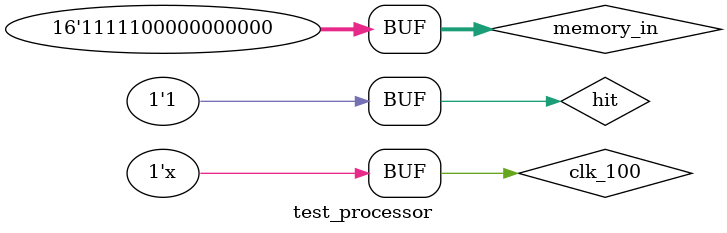
<source format=v>
`timescale 1ns / 10ps


module test_processor;

	// Inputs
	reg clk_100;
	reg [15:0] memory_in;
	reg hit;

	// Outputs
	wire memory_write_en;
	wire [38:0] control_signals;
	wire [15 :0] instruction;
	wire [7:0] mux8;
	wire [15:0] b_bus;
	wire [15:0] c_bus;
	wire [15:0] acc;
	wire [15:0] tester;
	wire [15:0] address_out;
	wire [15:0] memory_out;
	

	// Instantiate the Unit Under Test (UUT)
	u_processor uut (
		.clk_100(clk_100), 
		.memory_write_en(memory_write_en),
		.control_signals(control_signals),
		.instruction(instruction),
		.mux8(mux8),
		.b_bus(b_bus),
		.c_bus(c_bus),
		.acc(acc),
		.tester(tester),
		.address_out(address_out),
		.memory_out(memory_out),
		.memory_in(memory_in),
		.hit(hit)
	);
	
	always begin
	#5 clk_100 = ~clk_100;
	
	end
	

	initial begin
		// Initialize Inputs
		clk_100 = 1;
		memory_in = 0;
		hit = 0;

		// Wait 100 ns for global reset to finish
		#7
		memory_in = {5'b11100,3'b000, 4'b0110, 4'b0011};  //load r6,r3
		#18
		memory_in =15;
		#50
		hit=1;
		
		#20
		memory_in = 16'b1111100000000000;

		
        
		// Add stimulus here

	end
      
endmodule


</source>
